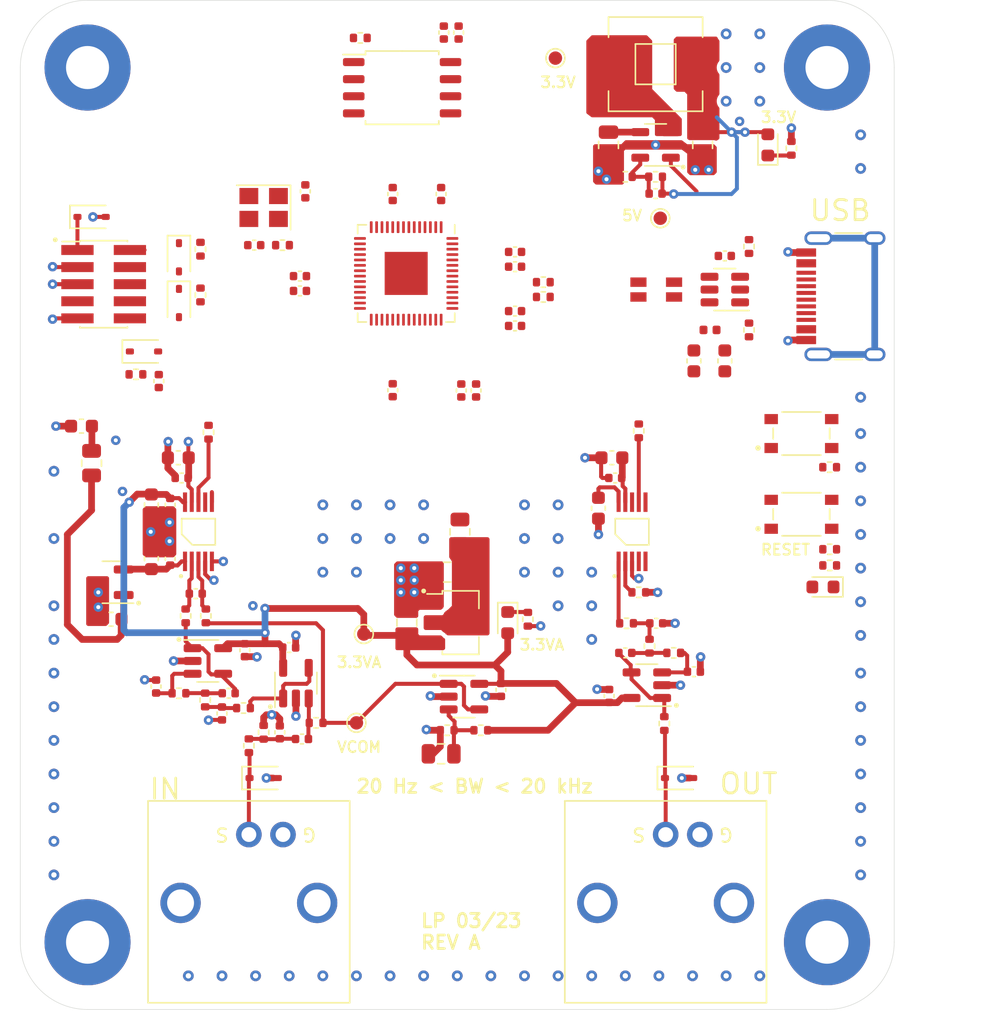
<source format=kicad_pcb>
(kicad_pcb (version 20221018) (generator pcbnew)
  (title_block (title "RP2040 Audio Board") (date "2023-02-12") (rev "0.1") (company "LP"))
  (layers (0 "F.Cu" signal "Front") (1 "In1.Cu" power) (2 "In2.Cu" power) (31 "B.Cu" signal "Back") (34 "B.Paste" user) (35 "F.Paste" user) (36 "B.SilkS" user "B.Silkscreen") (37 "F.SilkS" user "F.Silkscreen") (38 "B.Mask" user) (39 "F.Mask" user) (44 "Edge.Cuts" user))
  (net 0 "")
  (net 1 "VBUS")
  (net 2 "GND")
  (net 3 "+5V")
  (net 4 "+3.3V")
  (net 5 "/[1] Power/BUCK_FB")
  (net 6 "/[1] Power/+5V_filt")
  (net 7 "+3.3VA")
  (net 8 "/[1] Power/VREF")
  (net 9 "/[2] MCU/RUN")
  (net 10 "/[3] ADC/ADC_VREF_VIN")
  (net 11 "/[3] ADC/IN_RF")
  (net 12 "/[3] ADC/IN_BUF")
  (net 13 "/[3] ADC/ADC_VREF")
  (net 14 "Net-(C311-Pad1)")
  (net 15 "Net-(C313-Pad1)")
  (net 16 "/[3] ADC/IN_AA_BUF_OUT")
  (net 17 "/[3] ADC/IN_AA_BUF_IN")
  (net 18 "/[3] ADC/ADC_IN+")
  (net 19 "/[3] ADC/ADC_IN-")
  (net 20 "/[4] DAC/DAC_VREF")
  (net 21 "Net-(C404-Pad1)")
  (net 22 "Net-(C405-Pad1)")
  (net 23 "/[4] DAC/OUT_AA_BUF_OUT")
  (net 24 "/[4] DAC/OUT_AA_BUF_IN")
  (net 25 "Net-(D101-K)")
  (net 26 "Net-(D102-K)")
  (net 27 "/[2] MCU/CONN_SWDIO")
  (net 28 "/[2] MCU/CONN_SWCLK")
  (net 29 "/[2] MCU/CONN_NRST")
  (net 30 "/[3] ADC/IN")
  (net 31 "/[4] DAC/OUT")
  (net 34 "/[2] MCU/USB_CONN_D+")
  (net 35 "/[2] MCU/USB_CONN_D-")
  (net 38 "unconnected-(J202-SHIELD-PadS1)")
  (net 39 "/[1] Power/BUCK_SW")
  (net 40 "/[2] MCU/USB_CMC_D+")
  (net 41 "/[2] MCU/USB_CMC_D-")
  (net 42 "/[2] MCU/USB_D-")
  (net 43 "/[2] MCU/USB_D+")
  (net 45 "+1V1")
  (net 46 "/[2] MCU/USB_DT+")
  (net 47 "/[2] MCU/SWDIO")
  (net 48 "/[2] MCU/SWCLK")
  (net 49 "Net-(D205-K)")
  (net 50 "/[2] MCU/ACT_LED")
  (net 51 "/[2] MCU/USB_DT-")
  (net 52 "Net-(SW201-B)")
  (net 53 "Net-(SW202-B)")
  (net 54 "VCOM")
  (net 55 "/[3] ADC/IN_BUF_OUT")
  (net 56 "/[3] ADC/ADC_SCLK")
  (net 58 "/[2] MCU/QSPI_CS")
  (net 59 "/[4] DAC/DAC_SCLK")
  (net 60 "/[4] DAC/DAC_OUT_B")
  (net 61 "/[4] DAC/DAC_OUT_A")
  (net 76 "/[2] MCU/ADC_SPI1_CLK")
  (net 77 "/[2] MCU/DAC_SPI0_CLK")
  (net 78 "/[2] MCU/DAC_NLDAC")
  (net 79 "/[2] MCU/DAC_NCLR")
  (net 80 "/[2] MCU/DAC_SPI0_MOSI")
  (net 81 "/[2] MCU/DAC_SPI0_NCS")
  (net 82 "/[2] MCU/ADC_SPI1_MISO")
  (net 83 "/[2] MCU/USB_CONN_CC2")
  (net 84 "/[2] MCU/USB_CONN_CC1")
  (net 85 "/[2] MCU/ADC_SPI1_NCS")
  (net 86 "/[2] MCU/QSPI_SD3")
  (net 89 "/[2] MCU/QSPI_SCLK")
  (net 90 "/[2] MCU/QSPI_SD0")
  (net 91 "/[2] MCU/QSPI_SD2")
  (net 92 "/[2] MCU/QSPI_SD1")
  (net 97 "/[2] MCU/XIN")
  (net 98 "/[2] MCU/CR_XOUT")
  (net 99 "/[2] MCU/XOUT")
  (footprint "Capacitor_SMD:C_0603_1608Metric" (layer "F.Cu") (at 108.25 116.75 180)
    (fp_text reference "C302" hide)
    (fp_text value "10u")
  )
  (footprint "Diode_SMD:D_SOD-323" (layer "F.Cu") (at 113.3 89.85 -90)
    (fp_text reference "D203")
    (fp_text value "PESD3V3L1BA,115")
  )
  (footprint "Capacitor_SMD:C_0402_1005Metric" (layer "F.Cu") (at 118.9 88.95 180)
    (fp_text reference "C202" hide)
    (fp_text value "30pF")
  )
  (footprint "Resistor_SMD:R_0402_1005Metric" (layer "F.Cu") (at 114.9 89.25 90)
    (fp_text reference "R205" hide)
    (fp_text value "49R9")
  )
  (footprint "Capacitor_SMD:C_0402_1005Metric" (layer "F.Cu") (at 114.55 114.85)
    (fp_text reference "C316" hide)
    (fp_text value "150p")
  )
  (footprint "Package_TO_SOT_SMD:SOT-23-5" (layer "F.Cu") (at 122 121.5 90)
    (fp_text reference "U302" hide)
    (fp_text value "MCP6001T-E/OT")
  )
  (footprint "Capacitor_SMD:C_0402_1005Metric" (layer "F.Cu") (at 138.3 89.45)
    (fp_text reference "C203" hide)
    (fp_text value "100n")
  )
  (footprint "Capacitor_SMD:C_0402_1005Metric" (layer "F.Cu") (at 122.7 84.95 90)
    (fp_text reference "C201" hide)
    (fp_text value "30pF")
  )
  (footprint "TestPoint:TestPoint_Pad_D1.0mm" (layer "F.Cu") (at 127.05 117.85)
    (fp_text reference "TP104" hide)
    (fp_text value "3.3VA")
  )
  (footprint "Capacitor_SMD:C_0402_1005Metric" (layer "F.Cu") (at 129.2 85.15 90)
    (fp_text reference "C212" hide)
    (fp_text value "100n")
  )
  (footprint "MountingHole:MountingHole_3.2mm_M3_Pad" (layer "F.Cu") (at 161.5 75.75)
    (fp_text reference "H3" hide)
    (fp_text value "GND")
  )
  (footprint "Resistor_SMD:R_0402_1005Metric" (layer "F.Cu") (at 115.25 122.75 -90)
    (fp_text reference "R307" hide)
    (fp_text value "22k")
  )
  (footprint "Capacitor_SMD:C_0805_2012Metric" (layer "F.Cu") (at 145.25 81.5 -90)
    (fp_text reference "C103" hide)
    (fp_text value "22u")
  )
  (footprint "Package_TO_SOT_SMD:SOT-23-5" (layer "F.Cu") (at 115.45 119.85)
    (fp_text reference "U304" hide)
    (fp_text value "MCP6001T-E/OT")
  )
  (footprint "Resistor_SMD:R_0402_1005Metric" (layer "F.Cu") (at 155.7 89.05 90)
    (fp_text reference "R208" hide)
    (fp_text value "5k1")
  )
  (footprint "Resistor_SMD:R_0805_2012Metric" (layer "F.Cu") (at 134.2 110.25 -90)
    (fp_text reference "R101" hide)
    (fp_text value "10R")
  )
  (footprint "Capacitor_SMD:C_0603_1608Metric" (layer "F.Cu") (at 145.5 104.75 180)
    (fp_text reference "C401" hide)
    (fp_text value "10u")
  )
  (footprint "Resistor_SMD:R_0402_1005Metric" (layer "F.Cu") (at 158.85 81.75 90)
    (fp_text reference "R104" hide)
    (fp_text value "1k")
  )
  (footprint "Package_SO:SOIC-8_5.23x5.23mm_P1.27mm" (layer "F.Cu") (at 129.9 77.25)
    (fp_text reference "U203" hide)
    (fp_text value "W25Q128JVS")
  )
  (footprint "Resistor_SMD:R_0402_1005Metric" (layer "F.Cu") (at 146.59 117.05 180)
    (fp_text reference "R403" hide)
    (fp_text value "6k8")
  )
  (footprint "Resistor_SMD:R_0402_1005Metric" (layer "F.Cu") (at 133.25 125 180)
    (fp_text reference "R107" hide)
    (fp_text value "1k")
  )
  (footprint "Resistor_SMD:R_0402_1005Metric" (layer "F.Cu") (at 148.75 83.87 180)
    (fp_text reference "R102" hide)
    (fp_text value "464k")
  )
  (footprint "Capacitor_SMD:C_0603_1608Metric" (layer "F.Cu") (at 144.5 108.5 -90)
    (fp_text reference "C403" hide)
    (fp_text value "1u")
  )
  (footprint "Diode_SMD:D_SOD-323" (layer "F.Cu") (at 110.7 96.85)
    (fp_text reference "D204")
    (fp_text value "PESD3V3L1BA,115")
  )
  (footprint "lzptr:SW_TL3365AF180QG" (layer "F.Cu") (at 159.6 108.95)
    (fp_text reference "SW201" hide)
    (fp_text value "RESET")
  )
  (footprint "Resistor_SMD:R_0402_1005Metric" (layer "F.Cu") (at 146.5 83.87 180)
    (fp_text reference "R103" hide)
    (fp_text value "100k")
  )
  (footprint "MountingHole:MountingHole_3.2mm_M3_Pad" (layer "F.Cu") (at 106.5 75.75)
    (fp_text reference "H4" hide)
    (fp_text value "GND")
  )
  (footprint "Resistor_SMD:R_0805_2012Metric" (layer "F.Cu") (at 106.8 105.15 -90)
    (fp_text reference "R301" hide)
    (fp_text value "49R9")
  )
  (footprint "Capacitor_SMD:C_0402_1005Metric" (layer "F.Cu") (at 146.5 119.25 180)
    (fp_text reference "C405" hide)
    (fp_text value "1n")
  )
  (footprint "Capacitor_SMD:C_0402_1005Metric" (layer "F.Cu") (at 122.45 125.65 180)
    (fp_text reference "C304" hide)
    (fp_text value "100n")
  )
  (footprint "lzptr:VSSOP-10" (layer "F.Cu") (at 114.75 110.25)
    (fp_text reference "U303")
    (fp_text value "ADC141S626CIMM_NOPB")
  )
  (footprint "Capacitor_SMD:C_0603_1608Metric" (layer "F.Cu") (at 111.25 112.25 90)
    (fp_text reference "C306" hide)
    (fp_text value "10u")
  )
  (footprint "Capacitor_SMD:C_0402_1005Metric" (layer "F.Cu") (at 134.1 73.15 90)
    (fp_text reference "C217" hide)
    (fp_text value "100n")
  )
  (footprint "Capacitor_SMD:C_0805_2012Metric" (layer "F.Cu") (at 152.25 81.5 -90)
    (fp_text reference "C104" hide)
    (fp_text value "22u")
  )
  (footprint "Resistor_SMD:R_0402_1005Metric" (layer "F.Cu") (at 119.6 125.15 -90)
    (fp_text reference "R303" hide)
    (fp_text value "2M2")
  )
  (footprint "Resistor_SMD:R_0402_1005Metric" (layer "F.Cu") (at 139.25 116.75 -90)
    (fp_text reference "R105" hide)
    (fp_text value "1k")
  )
  (footprint "Capacitor_SMD:C_0402_1005Metric" (layer "F.Cu") (at 111.6 121.75 90)
    (fp_text reference "C314" hide)
    (fp_text value "150p")
  )
  (footprint "Resistor_SMD:R_0402_1005Metric" (layer "F.Cu") (at 150.1 119.25 180)
    (fp_text reference "R405" hide)
    (fp_text value "12k")
  )
  (footprint "Package_DFN_QFN:QFN-56-1EP_7x7mm_P0.4mm_EP3.2x3.2mm" (layer "F.Cu") (at 130.2 91.05 -90)
    (fp_text reference "U201" hide)
    (fp_text value "RP2040")
  )
  (footprint "LED_SMD:LED_0603_1608Metric" (layer "F.Cu") (at 161.2 114.35 180)
    (fp_text reference "D205" hide)
    (fp_text value "Act")
  )
  (footprint "Capacitor_SMD:C_0805_2012Metric" (layer "F.Cu") (at 132.8 126.75 180)
    (fp_text reference "C108" hide)
    (fp_text value "22u")
  )
  (footprint "Resistor_SMD:R_0402_1005Metric" (layer "F.Cu") (at 161.6975 105.45)
    (fp_text reference "R209" hide)
    (fp_text value "1k")
  )
  (footprint "Capacitor_SMD:C_0402_1005Metric" (layer "F.Cu") (at 129.2 99.73 -90)
    (fp_text reference "C210" hide)
    (fp_text value "100n")
  )
  (footprint "Capacitor_SMD:C_0603_1608Metric" (layer "F.Cu") (at 153.9 97.55 -90)
    (fp_text reference "C101" hide)
    (fp_text value "1u")
  )
  (footprint "Resistor_SMD:R_0402_1005Metric" (layer "F.Cu") (at 121 88.95)
    (fp_text reference "R203" hide)
    (fp_text value "1k")
  )
  (footprint "Resistor_SMD:R_0402_1005Metric" (layer "F.Cu") (at 118.5 126.15 -90)
    (fp_text reference "R302" hide)
    (fp_text value "1k")
  )
  (footprint "Diode_SMD:D_SOD-323" (layer "F.Cu") (at 150.5 128.55)
    (fp_text reference "D401" hide)
    (fp_text value "PESD3V3L1BA,115")
  )
  (footprint "Resistor_SMD:R_0402_1005Metric" (layer "F.Cu") (at 115.3 116.5 -90)
    (fp_text reference "R310" hide)
    (fp_text value "1k")
  )
  (footprint "lzptr:AMPHENOL-BNC-031-5640-1010" (layer "F.Cu") (at 149.5 132.75 180)
    (fp_text reference "J401" hide)
    (fp_text value "031-5640-1010")
  )
  (footprint "Capacitor_SMD:C_0402_1005Metric" (layer "F.Cu") (at 148.75 85.12 180)
    (fp_text reference "C105" hide)
    (fp_text value "DNP")
  )
  (footprint "Capacitor_SMD:C_0402_1005Metric" (layer "F.Cu") (at 132.8 85.15 90)
    (fp_text reference "C213" hide)
    (fp_text value "100n")
  )
  (footprint "Capacitor_SMD:C_0805_2012Metric" (layer "F.Cu") (at 133.25 113.25 180)
    (fp_text reference "C106" hide)
    (fp_text value "22u")
  )
  (footprint "Inductor_SMD:L_0402_1005Metric" (layer "F.Cu") (at 152.8 95.25 180)
    (fp_text reference "L101" hide)
    (fp_text value "10n")
  )
  (footprint "Package_TO_SOT_SMD:SOT-23-6" (layer "F.Cu") (at 153.9 92.25 180)
    (fp_text reference "U202" hide)
    (fp_text value "USBLC6-2SC6")
  )
  (footprint "Capacitor_SMD:C_0402_1005Metric" (layer "F.Cu") (at 138.3 93.85)
    (fp_text reference "C205" hide)
    (fp_text value "1u")
  )
  (footprint "Capacitor_SMD:C_0402_1005Metric" (layer "F.Cu") (at 145.3 122.45 90)
    (fp_text reference "C407" hide)
    (fp_text value "100n")
  )
  (footprint "Resistor_SMD:R_0402_1005Metric" (layer "F.Cu") (at 147.5 114.75)
    (fp_text reference "R402" hide)
    (fp_text value "10k")
  )
  (footprint "Capacitor_SMD:C_0805_2012Metric" (layer "F.Cu") (at 130.25 117 90)
    (fp_text reference "C107" hide)
    (fp_text value "22u")
  )
  (footprint "Package_TO_SOT_SMD:SOT-89-3" (layer "F.Cu") (at 134.25 117)
    (fp_text reference "U102")
    (fp_text value "HT7533-1")
  )
  (footprint "Capacitor_SMD:C_0402_1005Metric" (layer "F.Cu") (at 122.3 91.25 180)
    (fp_text reference "C211" hide)
    (fp_text value "100n")
  )
  (footprint "Resistor_SMD:R_0402_1005Metric" (layer "F.Cu") (at 113.8 116.5 -90)
    (fp_text reference "R309" hide)
    (fp_text value "1k")
  )
  (footprint "Package_TO_SOT_SMD:SOT-23-5" (layer "F.Cu") (at 134.5 122.5)
    (fp_text reference "U103" hide)
    (fp_text value "MCP6001T-E/OT")
  )
  (footprint "Capacitor_SMD:C_0402_1005Metric" (layer "F.Cu") (at 120.8 125.15 90)
    (fp_text reference "C303" hide)
    (fp_text value "150p")
  )
  (footprint "Capacitor_SMD:C_0402_1005Metric" (layer "F.Cu") (at 113.5 106.25 180)
    (fp_text reference "C310" hide)
    (fp_text value "100n")
  )
  (footprint "Diode_SMD:D_SOD-323" (layer "F.Cu") (at 113.3 93.25 -90)
    (fp_text reference "D202")
    (fp_text value "PESD3V3L1BA,115")
  )
  (footprint "TestPoint:TestPoint_Pad_D1.0mm" (layer "F.Cu") (at 126.5 124.45)
    (fp_text reference "TP105" hide)
    (fp_text value "VCOM")
  )
  (footprint "LED_SMD:LED_0603_1608Metric" (layer "F.Cu") (at 157.1 81.5 90)
    (fp_text reference "D101" hide)
    (fp_text value "3.3V")
  )
  (footprint "Capacitor_SMD:C_0603_1608Metric" (layer "F.Cu") (at 111.25 108.25 -90)
    (fp_text reference "C305" hide)
    (fp_text value "10u")
  )
  (footprint "Resistor_SMD:R_0402_1005Metric" (layer "F.Cu") (at 135.75 125 180)
    (fp_text reference "R106" hide)
    (fp_text value "1k")
  )
  (footprint "Capacitor_SMD:C_0402_1005Metric" (layer "F.Cu") (at 117 122.25)
    (fp_text reference "C313" hide)
    (fp_text value "1n")
  )
  (footprint "Resistor_SMD:R_0402_1005Metric" (layer "F.Cu") (at 114.9 92.65 90)
    (fp_text reference "R204" hide)
    (fp_text value "49R9")
  )
  (footprint "Resistor_SMD:R_0402_1005Metric" (layer "F.Cu") (at 149.4 124.5 90)
    (fp_text reference "R406" hide)
    (fp_text value "49R9")
  )
  (footprint "Capacitor_SMD:C_0402_1005Metric" (layer "F.Cu") (at 138.3 90.55)
    (fp_text reference "C207" hide)
    (fp_text value "100n")
  )
  (footprint "Resistor_SMD:R_0402_1005Metric" (layer "F.Cu") (at 161.7 112.75 180)
    (fp_text reference "R211" hide)
    (fp_text value "1k")
  )
  (footprint "Capacitor_SMD:C_0402_1005Metric" (layer "F.Cu") (at 134.3 99.75 -90)
    (fp_text reference "C209" hide)
    (fp_text value "100n")
  )
  (footprint "Package_TO_SOT_SMD:SOT-23-5" (layer "F.Cu") (at 148.1 121.65 180)
    (fp_text reference "U402" hide)
    (fp_text value "MCP6001T-E/OT")
  )
  (footprint "Resistor_SMD:R_0402_1005Metric" (layer "F.Cu") (at 155.7 95.25 -90)
    (fp_text reference "R207" hide)
    (fp_text value "5k1")
  )
  (footprint "MountingHole:MountingHole_3.2mm_M3_Pad" (layer "F.Cu") (at 106.5 140.75)
    (fp_text reference "H1" hide)
    (fp_text value "GND")
  )
  (footprint "Resistor_SMD:R_0402_1005Metric" (layer "F.Cu") (at 115.5 102.85 90)
    (fp_text reference "R306" hide)
    (fp_text value "0R")
  )
  (footprint "lzptr:CMC-1206" (layer "F.Cu") (at 148.8 92.25 180)
    (fp_text reference "L201" hide)
    (fp_text value "CMF3216F-900-2P-T")
  )
  (footprint "Capacitor_SMD:C_0402_1005Metric" (layer "F.Cu") (at 112.65 112.25 90)
    (fp_text reference "C308" hide)
    (fp_text value "100n")
  )
  (footprint "Package_TO_SOT_SMD:SOT-23" (layer "F.Cu") (at 108.25 114 180)
    (fp_text reference "U301" hide)
    (fp_text value "REF3033AIDBZT")
  )
  (footprint "Resistor_SMD:R_0402_1005Metric" (layer "F.Cu") (at 126.79 73.55)
    (fp_text reference "R212" hide)
    (fp_text value "10k")
  )
  (footprint "Connector_USB:USB_C_Receptacle_HRO_TYPE-C-31-M-12" (layer "F.Cu") (at 164 92.75 90)
    (fp_text reference "J202")
    (fp_text value "USB_C_Receptacle_USB2.0")
  )
  (footprint "Connector_PinHeader_1.27mm:PinHeader_2x05_P1.27mm_Vertical_SMD" (layer "F.Cu") (at 107.7 91.85)
    (fp_text reference "J201" hide)
    (fp_text value "2x5 1.27mm")
  )
  (footprint "Capacitor_SMD:C_0402_1005Metric" (layer "F.Cu") (at 153.9 89.75)
    (fp_text reference "C215" hide)
    (fp_text value "100n")
  )
  (footprint "Capacitor_SMD:C_0402_1005Metric" (layer "F.Cu") (at 148.8 117.05)
    (fp_text reference "C404" hide)
    (fp_text value "1n")
  )
  (footprint "Diode_SMD:D_SOD-323" (layer "F.Cu") (at 106.8 86.85)
    (fp_text reference "D201")
    (fp_text value "PESD3V3L1BA,115")
  )
  (footprint "Resistor_SMD:R_0402_1005Metric" (layer "F.Cu") (at 147.5 102.75 -90)
    (fp_text reference "R401" hide)
    (fp_text value "0R")
  )
  (footprint "Resistor_SMD:R_0402_1005Metric" (layer "F.Cu") (at 140.4 91.7 180)
    (fp_text reference "R201" hide)
    (fp_text value "27")
  )
  (footprint "LED_SMD:LED_0603_1608Metric" (layer "F.Cu") (at 137.75 117 -90)
    (fp_text reference "D102" hide)
    (fp_text value "3.3VA")
  )
  (footprint "Resistor_SMD:R_0402_1005Metric" (layer "F.Cu") (at 148.3 118.75 90)
    (fp_text reference "R404" hide)
    (fp_text value "22k")
  )
  (footprint "Resistor_SMD:R_0402_1005Metric" (layer "F.Cu") (at 123.5 124.45)
    (fp_text reference "R304" hide)
    (fp_text value "2M2")
  )
  (footprint "Capacitor_SMD:C_0402_1005Metric" (layer "F.Cu") (at 135.4 99.75 -90)
    (fp_text reference "C208" hide)
    (fp_text value "100n")
  )
  (footprint "Capacitor_SMD:C_0402_1005Metric" (layer "F.Cu") (at 111.8 99.05 -90)
    (fp_text reference "C214" hide)
    (fp_text value "100n")
  )
  (footprint "Resistor_SMD:R_0402_1005Metric" (layer "F.Cu") (at 161.7 111.55)
    (fp_text reference "R210" hide)
    (fp_text value "1k")
  )
  (footprint "Capacitor_SMD:C_0402_1005Metric" (layer "F.Cu") (at 118.2 119.05 -90)
    (fp_text reference "C315" hide)
    (fp_text value "100n")
  )
  (footprint "Capacitor_SMD:C_0402_1005Metric" (layer "F.Cu") (at 133 73.15 90)
    (fp_text reference "C216" hide)
    (fp_text value "1u")
  )
  (footprint "lzptr:MWSA0603S" (layer "F.Cu") (at 148.75 75.5)
    (fp_text reference "L102")
    (fp_text value "68u")
  )
  (footprint "Resistor_SMD:R_0402_1005Metric" (layer "F.Cu") (at 140.4 92.8 180)
    (fp_text reference "R202" hide)
    (fp_text value "27")
  )
  (footprint "TestPoint:TestPoint_Pad_D1.0mm" (layer "F.Cu") (at 149.1 86.95)
    (fp_text reference "TP102" hide)
    (fp_text value "5V")
  )
  (footprint "Resistor_SMD:R_0402_1005Metric" (layer "F.Cu") (at 118.1 123.35)
    (fp_text reference "R305" hide)
    (fp_text value "6k8")
  )
  (footprint "Capacitor_SMD:C_0402_1005Metric" (layer "F.Cu") (at 122.3 92.35 180)
    (fp_text reference "C204" hide)
    (fp_text value "100n")
  )
  (footprint "Resistor_SMD:R_0402_1005Metric" (layer "F.Cu") (at 110.1 98.55 180)
    (fp_text reference "R206" hide)
    (fp_text value "49R9")
  )
  (footprint "Resistor_SMD:R_0402_1005Metric" (layer "F.Cu") (at 113.3 122.25)
    (fp_text reference "R308" hide)
    (fp_text value "12k")
  )
  (footprint "Capacitor_SMD:C_0603_1608Metric" (layer "F.Cu") (at 113.25 104.75 180)
    (fp_text reference "C312" hide)
    (fp_text value "10u")
  )
  (footprint "Capacitor_SMD:C_0402_1005Metric" (layer "F.Cu") (at 151.6 120.65)
    (fp_text reference "C406" hide)
    (fp_text value "150p")
  )
  (footprint "lzptr:VSSOP-10" (layer "F.Cu") (at 147 110.25)
    (fp_text reference "U401")
    (fp_text value "DAC7562SDGSR")
  )
  (footprint "Crystal:Crystal_SMD_3225-4Pin_3.2x2.5mm" (layer "F.Cu") (at 119.6 86.15 180)
    (fp_text reference "Y201" hide)
    (fp_text value "Crystal_GND24")
  )
  (footprint "Capacitor_SMD:C_0402_1005Metric" (layer "F.Cu") (at 121.5 118.85)
    (fp_text reference "C309" hide)
    (fp_text value "100n")
  )
  (footprint "Capacitor_SMD:C_0402_1005Metric" (layer "F.Cu") (at 137.25 122 90)
    (fp_text reference "C109" hide)
    (fp_text value "100n")
  )
  (footprint "lzptr:AMPHENOL-BNC-031-5640-1010" (layer "F.Cu") (at 118.5 132.75 180)
    (fp_text reference "J301" hide)
    (fp_text value "031-5640-1010")
  )
  (footprint "lzptr:SW_TL3365AF180QG" (layer "F.Cu") (at 159.6 102.95)
    (fp_text reference "SW202" hide)
    (fp_text value "BOOTSEL")
  )
  (footprint "Capacitor_SMD:C_0402_1005Metric" (layer "F.Cu") (at 116.5 123.75 -90)
    (fp_text reference "C311" hide)
    (fp_text value "1n")
  )
  (footprint "Package_TO_SOT_SMD:SOT-23-5" (layer "F.Cu") (at 148.75 81.5 180)
    (fp_text reference "U101" hide)
    (fp_text value "TLV62569DBV")
  )
  (footprint "Capacitor_SMD:C_0603_1608Metric" (layer "F.Cu") (at 151.6 97.55 -90)
    (fp_text reference "C102" hide)
    (fp_text value "1u")
  )
  (footprint "Capacitor_SMD:C_0402_1005Metric" (layer "F.Cu") (at 145.75 106.25 180)
    (fp_text reference "C402" hide)
    (fp_text value "100n")
  )
  (footprint "Capacitor_SMD:C_0402_1005Metric" (layer "F.Cu") (at 138.3 94.95)
    (fp_text reference "C206" hide)
    (fp_text value "1u")
  )
  (footprint "Capacitor_SMD:C_0402_1005Metric" (layer "F.Cu") (at 112.65 108.25 -90)
    (fp_text reference "C307" hide)
    (fp_text value "100n")
  )
  (footprint "Diode_SMD:D_SOD-323" (layer "F.Cu") (at 119.6 128.55)
    (fp_text reference "D301" hide)
    (fp_text value "PESD3V3L1BA,115")
  )
  (footprint "TestPoint:TestPoint_Pad_D1.0mm" (layer "F.Cu") (at 141.3 75.05)
    (fp_text reference "TP103" hide)
    (fp_text value "3.3V")
  )
  (footprint "Capacitor_SMD:C_0603_1608Metric" (layer "F.Cu") (at 106.05 102.4 180)
    (fp_text reference "C301" hide)
    (fp_text value "10u")
  )
  (footprint "MountingHole:MountingHole_3.2mm_M3_Pad" (layer "F.Cu") (at 161.5 140.75)
    (fp_text reference "H2" hide)
    (fp_text value "GND")
  )
  (gr_circle (center 131.5 114.65) (end 131.6 114.65) (stroke (width 0.1524)) (fill solid) (layer "F.SilkS"))
  (gr_circle (center 110.3 115.55) (end 110.4 115.55) (stroke (width 0.1524)) (fill solid) (layer "F.SilkS"))
  (gr_circle (center 120.1 123.25) (end 120.2 123.25) (stroke (width 0.1524)) (fill solid) (layer "F.SilkS"))
  (gr_circle (center 150.8 83.15) (end 150.9 83.15) (stroke (width 0.1524)) (fill solid) (layer "F.SilkS"))
  (gr_circle (center 113.3 118.25) (end 113.4 118.25) (stroke (width 0.1524)) (fill solid) (layer "F.SilkS"))
  (gr_circle (center 150.3 123.15) (end 150.4 123.15) (stroke (width 0.1524)) (fill solid) (layer "F.SilkS"))
  (gr_circle (center 104.1 88.55) (end 104.1 88.45) (stroke (width 0.1524)) (fill solid) (layer "F.SilkS"))
  (gr_circle (center 132.3 120.95) (end 132.4 120.95) (stroke (width 0.1524)) (fill solid) (layer "F.SilkS"))
  (gr_line (start 161.5 70.75) (end 106.5 70.75) (stroke (width 0.0381)) (layer "Edge.Cuts"))
  (gr_arc (start 161.5 70.75) (mid 165.035534 72.214466) (end 166.5 75.75) (stroke (width 0.0381)) (layer "Edge.Cuts"))
  (gr_line (start 101.5 140.75) (end 101.5 75.75) (stroke (width 0.0381)) (layer "Edge.Cuts"))
  (gr_line (start 106.5 145.75) (end 161.5 145.75) (stroke (width 0.0381)) (layer "Edge.Cuts"))
  (gr_arc (start 166.5 140.75) (mid 165.035534 144.285534) (end 161.5 145.75) (stroke (width 0.0381)) (layer "Edge.Cuts"))
  (gr_arc (start 106.5 145.75) (mid 102.964466 144.285534) (end 101.5 140.75) (stroke (width 0.0381)) (layer "Edge.Cuts"))
  (gr_arc (start 101.5 75.75) (mid 102.964466 72.214466) (end 106.5 70.75) (stroke (width 0.0381)) (layer "Edge.Cuts"))
  (gr_line (start 166.5 140.75) (end 166.5 75.75) (stroke (width 0.0381)) (layer "Edge.Cuts"))
  (gr_text "LP 03/23\nREV A" (at 131.2 141.35) (layer "F.SilkS") (effects (font (size 1 1) (thickness 0.2)) (justify left bottom)))
  (gr_text "3.3VA" (at 126.7 119.95) (layer "F.SilkS") (effects (font (size 0.8 0.8))))
  (gr_text "USB" (at 160.1 87.25) (layer "F.SilkS") (effects (font (size 1.5 1.5) (thickness 0.2)) (justify left bottom)))
  (gr_text "5V" (at 147 86.75) (layer "F.SilkS") (effects (font (size 0.8 0.8))))
  (gr_text "VCOM" (at 126.7 126.25) (layer "F.SilkS") (effects (font (size 0.8 0.8))))
  (gr_text "20 Hz < BW < 20 kHz\n" (at 126.4 129.75) (layer "F.SilkS") (effects (font (size 1 1) (thickness 0.2)) (justify left bottom)))
  (gr_text "3.3VA" (at 140.3 118.65) (layer "F.SilkS") (effects (font (size 0.8 0.8))))
  (gr_text "RESET" (at 156.5 112.05) (layer "F.SilkS") (effects (font (size 0.8 0.8) (thickness 0.15) bold) (justify left bottom)))
  (gr_text "IN" (at 111 130.25) (layer "F.SilkS") (effects (font (size 1.5 1.5) (thickness 0.2)) (justify left bottom)))
  (gr_text "OUT" (at 153.4 129.85) (layer "F.SilkS") (effects (font (size 1.5 1.5) (thickness 0.2)) (justify left bottom)))
  (gr_text "3.3V" (at 157.9 79.45) (layer "F.SilkS") (effects (font (size 0.8 0.8))))
  (gr_text "3.3V" (at 141.5 76.85) (layer "F.SilkS") (effects (font (size 0.8 0.8))))
  (segment (start 105.275 102.4) (end 104.15 102.4) (width 0.5) (layer "F.Cu") (net 2))
  (segment (start 152.08 119.57) (end 152.1 119.55) (width 0.5) (layer "F.Cu") (net 2))
  (segment (start 111.275 109.05) (end 111.25 109.025) (width 0.5) (layer "F.Cu") (net 2))
  (segment (start 144.7 106.15) (end 144.7 104.775) (width 0.3) (layer "F.Cu") (net 2))
  (segment (start 132.74 125) (end 131.75 125) (width 0.5) (layer "F.Cu") (net 2))
  (segment (start 159.955 89.5) (end 158.65 89.5) (width 0.5) (layer "F.Cu") (net 2))
  (segment (start 113.02 106.25) (end 113.02 106.07) (width 0.5) (layer "F.Cu") (net 2))
  (segment (start 105.75 90.58) (end 103.93 90.58) (width 0.3) (layer "F.Cu") (net 2))
  (segment (start 105.75 91.85) (end 103.9 91.85) (width 0.3) (layer "F.Cu") (net 2))
  (segment (start 113.02 106.07) (end 112.475 105.525) (width 0.5) (layer "F.Cu") (net 2))
  (segment (start 145.27 106.25) (end 144.8 106.25) (width 0.3) (layer "F.Cu") (net 2))
  (segment (start 114.3125 119.85) (end 112.9 119.85) (width 0.5) (layer "F.Cu") (net 2))
  (segment (start 121.98 118.85) (end 121.98 117.97) (width 0.5) (layer "F.Cu") (net 2))
  (segment (start 144.5 109.275) (end 144.5 110.45) (width 0.5) (layer "F.Cu") (net 2))
  (segment (start 158.65 89.5) (end 158.6 89.45) (width 0.5) (layer "F.Cu") (net 2))
  (segment (start 103.93 90.58) (end 103.9 90.55) (width 0.3) (layer "F.Cu") (net 2))
  (segment (start 159.955 96) (end 158.65 96) (width 0.5) (layer "F.Cu") (net 2))
  (segment (start 112.475 105.525) (end 112.475 104.75) (width 0.5) (layer "F.Cu") (net 2))
  (segment (start 158.65 96) (end 158.6 96.05) (width 0.5) (layer "F.Cu") (net 2))
  (segment (start 144.42 121.97) (end 144.4 121.95) (width 0.5) (layer "F.Cu") (net 2))
  (segment (start 133.3625 122.5) (end 132.05 122.5) (width 0.5) (layer "F.Cu") (net 2))
  (segment (start 120.5 123.85) (end 120.8 124.15) (width 0.5) (layer "F.Cu") (net 2))
  (segment (start 152.08 120.65) (end 152.08 119.57) (width 0.5) (layer "F.Cu") (net 2))
  (segment (start 147 112.45) (end 147 113.51837) (width 0.29337) (layer "F.Cu") (net 2))
  (segment (start 112.475 104.75) (end 112.475 103.575) (width 0.5) (layer "F.Cu") (net 2))
  (segment (start 116.5 124.23) (end 115.52 124.23) (width 0.3) (layer "F.Cu") (net 2))
  (segment (start 144.7 104.775) (end 144.725 104.75) (width 0.3) (layer "F.Cu") (net 2))
  (segment (start 115.7 113.85) (end 115.25 113.4) (width 0.3) (layer "F.Cu") (net 2))
  (segment (start 147.206132 113.724502) (end 147.5 113.724502) (width 0.29337) (layer "F.Cu") (net 2))
  (segment (start 119.8 123.85) (end 120.2 123.85) (width 0.5) (layer "F.Cu") (net 2))
  (segment (start 137.25 122.48) (end 136.13 122.48) (width 0.5) (layer "F.Cu") (net 2))
  (segment (start 132.2 126.75) (end 132.74 126.21) (width 0.5) (layer "F.Cu") (net 2))
  (segment (start 121.98 117.97) (end 122 117.95) (width 0.5) (layer "F.Cu") (net 2))
  (segment (start 122 122.6375) (end 122 123.95) (width 0.5) (layer "F.Cu") (net 2))
  (segment (start 107.3125 116.5875) (end 107.475 116.75) (width 0.5) (layer "F.Cu") (net 2))
  (segment (start 151.3 128.55) (end 150.7 128.55) (width 0.5) (layer "F.Cu") (net 2))
  (segment (start 103.96 94.39) (end 103.9 94.45) (width 0.3) (layer "F.Cu") (net 2))
  (segment (start 120.3 128.55) (end 119.8 128.55) (width 0.5) (layer "F.Cu") (net 2))
  (segment (start 115.52 124.23) (end 115.5 124.25) (width 0.3) (layer "F.Cu") (net 2))
  (segment (start 115.75 112.45) (end 116.6 112.45) (width 0.3) (layer "F.Cu") (net 2))
  (segment (start 112.475 103.575) (end 112.5 103.55) (width 0.5) (layer "F.Cu") (net 2))
  (segment (start 119.08 119.53) (end 119.1 119.55) (width 0.5) (layer "F.Cu") (net 2))
  (segment (start 105.75 94.39) (end 103.96 94.39) (width 0.3) (layer "F.Cu") (net 2))
  (segment (start 111.6 121.27) (end 110.77 121.27) (width 0.3) (layer "F.Cu") (net 2))
  (segment (start 115.25 113.4) (end 115.25 112.45) (width 0.3) (layer "F.Cu") (net 2))
  (segment (start 131.75 125) (end 131.7 124.95) (width 0.5) (layer "F.Cu") (net 2))
  (segment (start 145.3 121.97) (end 144.42 121.97) (width 0.5) (layer "F.Cu") (net 2))
  (segment (start 118.2 119.53) (end 119.08 119.53) (width 0.5) (layer "F.Cu") (net 2))
  (segment (start 147 113.51837) (end 147.206132 113.724502) (width 0.29337) (layer "F.Cu") (net 2))
  (segment (start 144.725 104.75) (end 143.5 104.75) (width 0.5) (layer "F.Cu") (net 2))
  (segment (start 149.2375 121.65) (end 150.6 121.65) (width 0.5) (layer "F.Cu") (net 2))
  (segment (start 119.6 124.64) (end 119.6 124.05) (width 0.5) (layer "F.Cu") (net 2))
  (segment (start 144.8 106.25) (end 144.7 106.15) (width 0.3) (layer "F.Cu") (net 2))
  (segment (start 132.74 126.21) (end 132.74 125) (width 0.5) (layer "F.Cu") (net 2))
  (segment (start 136.13 122.48) (end 136.1 122.45) (width 0.5) (layer "F.Cu") (net 2))
  (segment (start 139.25 117.26) (end 140.19 117.26) (width 0.3) (layer "F.Cu") (net 2))
  (segment (start 110.77 121.27) (end 110.75 121.25) (width 0.3) (layer "F.Cu") (net 2))
  (segment (start 140.19 117.26) (end 140.2 117.25) (width 0.3) (layer "F.Cu") (net 2))
  (segment (start 119.6 124.05) (end 119.8 123.85) (width 0.5) (layer "F.Cu") (net 2))
  (segment (start 148.01 114.75) (end 148.9 114.75) (width 0.5) (layer "F.Cu") (net 2))
  (segment (start 132.05 122.5) (end 132 122.45) (width 0.5) (layer "F.Cu") (net 2))
  (segment (start 158.85 81.24) (end 158.85 80.25) (width 0.5) (layer "F.Cu") (net 2))
  (segment (start 120.2 123.85) (end 120.5 123.85) (width 0.5) (layer "F.Cu") (net 2))
  (segment (start 120.8 124.15) (end 120.8 124.67) (width 0.5) (layer "F.Cu") (net 2))
  (segment (start 131.85 126.75) (end 132.2 126.75) (width 0.5) (layer "F.Cu") (net 2))
  (segment (start 115.9 113.85) (end 115.7 113.85) (width 0.3) (layer "F.Cu") (net 2))
  (segment (start 107.85 86.85) (end 106.9 86.85) (width 0.3) (layer "F.Cu") (net 2))
  (segment (start 149.28 117.05) (end 150.2 117.05) (width 0.5) (layer "F.Cu") (net 2))
  (via (at 122 123.95) (size 0.7) (drill 0.3) (layers "F.Cu" "B.Cu") (net 2))
  (via (at 164 112.95) (size 0.8) (drill 0.4) (layers "F.Cu" "B.Cu") (net 2))
  (via (at 144 115.75) (size 0.8) (drill 0.4) (layers "F.Cu" "B.Cu") (net 2))
  (via (at 104 125.75) (size 0.8) (drill 0.4) (layers "F.Cu" "B.Cu") (net 2))
  (via (at 158.6 89.45) (size 0.7) (drill 0.3) (layers "F.Cu" "B.Cu") (net 2))
  (via (at 158.6 96.05) (size 0.7) (drill 0.3) (layers "F.Cu" "B.Cu") (net 2))
  (via (at 141.5 110.75) (size 0.8) (drill 0.4) (layers "F.Cu" "B.Cu") (net 2))
  (via (at 112.5 103.55) (size 0.7) (drill 0.3) (layers "F.Cu" "B.Cu") (net 2))
  (via (at 154 75.75) (size 0.8) (drill 0.4) (layers "F.Cu" "B.Cu") (net 2))
  (via (at 103.9 94.45) (size 0.7) (drill 0.3) (layers "F.Cu" "B.Cu") (net 2))
  (via (at 156.5 143.25) (size 0.8) (drill 0.4) (layers "F.Cu" "B.Cu") (net 2))
  (via (at 151.7 83.35) (size 0.7) (drill 0.3) (layers "F.Cu" "B.Cu") (net 2))
  (via (at 151.5 143.25) (size 0.8) (drill 0.4) (layers "F.Cu" "B.Cu") (net 2))
  (via (at 110.75 121.25) (size 0.7) (drill 0.3) (layers "F.Cu" "B.Cu") (net 2))
  (via (at 164 100.25) (size 0.8) (drill 0.4) (layers "F.Cu" "B.Cu") (net 2))
  (via (at 112.9 119.85) (size 0.7) (drill 0.3) (layers "F.Cu" "B.Cu") (net 2))
  (via (at 124 108.25) (size 0.8) (drill 0.4) (layers "F.Cu" "B.Cu") (net 2))
  (via (at 155 79.75) (size 0.7) (drill 0.3) (layers "F.Cu" "B.Cu") (net 2))
  (via (at 129.8 114.75) (size 0.7) (drill 0.3) (layers "F.Cu" "B.Cu") (net 2))
  (via (at 150.7 128.55) (size 0.7) (drill 0.3) (layers "F.Cu" "B.Cu") (net 2))
  (via (at 164 133.25) (size 0.8) (drill 0.4) (layers "F.Cu" "B.Cu") (net 2))
  (via (at 130.8 112.95) (size 0.7) (drill 0.3) (layers "F.Cu" "B.Cu") (net 2))
  (via (at 164 105.45) (size 0.8) (drill 0.4) (layers "F.Cu" "B.Cu") (net 2))
  (via (at 147.5 113.724502) (size 0.7) (drill 0.3) (layers "F.Cu" "B.Cu") (net 2))
  (via (at 140.2 117.25) (size 0.7) (drill 0.3) (layers "F.Cu" "B.Cu") (net 2))
  (via (at 134 143.25) (size 0.8) (drill 0.4) (layers "F.Cu" "B.Cu") (net 2))
  (via (at 139 110.75) (size 0.8) (drill 0.4) (layers "F.Cu" "B.Cu") (net 2))
  (via (at 148.75 81.5) (size 0.7) (drill 0.3) (layers "F.Cu" "B.Cu") (net 2))
  (via (at 141.5 115.75) (size 0.8) (drill 0.4) (layers "F.Cu" "B.Cu") (net 2))
  (via (at 131.5 143.25) (size 0.8) (drill 0.4) (layers "F.Cu" "B.Cu") (net 2))
  (via (at 141.5 108.25) (size 0.8) (drill 0.4) (layers "F.Cu" "B.Cu") (net 2))
  (via (at 112.6 110.95) (size 0.7) (drill 0.3) (layers "F.Cu" "B.Cu") (net 2))
  (via (at 116.5 143.25) (size 0.8) (drill 0.4) (layers "F.Cu" "B.Cu") (net 2))
  (via (at 116.6 112.45) (size 0.7) (drill 0.3) (layers "F.Cu" "B.Cu") (net 2))
  (via (at 121.5 143.25) (size 0.8) (drill 0.4) (layers "F.Cu" "B.Cu") (net 2))
  (via (at 164 115.45) (size 0.8) (drill 0.4) (layers "F.Cu" "B.Cu") (net 2))
  (via (at 104 123.25) (size 0.8) (drill 0.4) (layers "F.Cu" "B.Cu") (net 2))
  (via (at 119 143.25) (size 0.8) (drill 0.4) (layers "F.Cu" "B.Cu") (net 2))
  (via (at 126.5 108.25) (size 0.8) (drill 0.4) (layers "F.Cu" "B.Cu") (net 2))
  (via (at 104 115.75) (size 0.8) (drill 0.4) (layers "F.Cu" "B.Cu") (net 2))
  (via (at 158.85 80.25) (size 0.7) (drill 0.3) (layers "F.Cu" "B.Cu") (net 2))
  (via (at 141.5 113.25) (size 0.8) (drill 0.4) (layers "F.Cu" "B.Cu") (net 2))
  (via (at 104 105.75) (size 0.8) (drill 0.4) (layers "F.Cu" "B.Cu") (net 2))
  (via (at 156.5 75.75) (size 0.8) (drill 0.4) (layers "F.Cu" "B.Cu") (net 2))
  (via (at 154 78.25) (size 0.8) (drill 0.4) (layers "F.Cu" "B.Cu") (net 2))
  (via (at 115.5 124.25) (size 0.7) (drill 0.3) (layers "F.Cu" "B.Cu") (net 2))
  (via (at 103.9 90.55) (size 0.7) (drill 0.3) (layers "F.Cu" "B.Cu") (net 2))
  (via (at 111.2 110.25) (size 0.7) (drill 0.3) (layers "F.Cu" "B.Cu") (net 2))
  (via (at 104.15 102.4) (size 0.7) (drill 0.3) (layers "F.Cu" "B.Cu") (net 2))
  (via (at 104 128.25) (size 0.8) (drill 0.4) (layers "F.Cu" "B.Cu") (net 2))
  (via (at 164 128.25) (size 0.8) (drill 0.4) (layers "F.Cu" "B.Cu") (net 2))
  (via (at 152.1 119.55) (size 0.7) (drill 0.3) (layers "F.Cu" "B.Cu") (net 2))
  (via (at 164 117.95) (size 0.8) (drill 0.4) (layers "F.Cu" "B.Cu") (net 2))
  (via (at 129 143.25) (size 0.8) (drill 0.4) (layers "F.Cu" "B.Cu") (net 2))
  (via (at 148.9 114.75) (size 0.7) (drill 0.3) (layers "F.Cu" "B.Cu") (net 2))
  (via (at 124 113.25) (size 0.8) (drill 0.4) (layers "F.Cu" "B.Cu") (net 2))
  (via (at 131.5 108.25) (size 0.8) (drill 0.4) (layers "F.Cu" "B.Cu") (net 2))
  (via (at 129 110.75) (size 0.8) (drill 0.4) (layers "F.Cu" "B.Cu") (net 2))
  (via (at 152.7 83.35) (size 0.7) (drill 0.3) (layers "F.Cu" "B.Cu") (net 2))
  (via (at 104 110.75) (size 0.8) (drill 0.4) (layers "F.Cu" "B.Cu") (net 2))
  (via (at 130.8 113.85) (size 0.7) (drill 0.3) (layers "F.Cu" "B.Cu") (net 2))
  (via (at 150.6 121.65) (size 0.7) (drill 0.3) (layers "F.Cu" "B.Cu") (net 2))
  (via (at 104 133.25) (size 0.8) (drill 0.4) (layers "F.Cu" "B.Cu") (net 2))
  (via (at 124 143.25) (size 0.8) (drill 0.4) (layers "F.Cu" "B.Cu") (net 2))
  (via (at 124 110.75) (size 0.8) (drill 0.4) (layers "F.Cu" "B.Cu") (net 2))
  (via (at 164 120.75) (size 0.8) (drill 0.4) (layers "F.Cu" "B.Cu") (net 2))
  (via (at 145.1 84.05) (size 0.7) (drill 0.3) (layers "F.Cu" "B.Cu") (net 2))
  (via (at 164 102.95) (size 0.8) (drill 0.4) (layers "F.Cu" "B.Cu") (net 2))
  (via (at 108.6 103.45) (size 0.7) (drill 0.3) (layers "F.Cu" "B.Cu") (net 2))
  (via (at 144 143.25) (size 0.8) (drill 0.4) (layers "F.Cu" "B.Cu") (net 2))
  (via (at 164 135.75) (size 0.8) (drill 0.4) (layers "F.Cu" "B.Cu") (net 2))
  (via (at 164 110.45) (size 0.8) (drill 0.4) (layers "F.Cu" "B.Cu") (net 2))
  (via (at 104 130.75) (size 0.8) (drill 0.4) (layers "F.Cu" "B.Cu") (net 2))
  (via (at 112.6 109.55) (size 0.7) (drill 0.3) (layers "F.Cu" "B.Cu") (net 2))
  (via (at 107.3 114.75) (size 0.7) (drill 0.3) (layers "F.Cu" "B.Cu") (net 2))
  (via (at 164 130.75) (size 0.8) (drill 0.4) (layers "F.Cu" "B.Cu") (net 2))
  (via (at 139 113.25) (size 0.8) (drill 0.4) (layers "F.Cu" "B.Cu") (net 2))
  (via (at 146.5 143.25) (size 0.8) (drill 0.4) (layers "F.Cu" "B.Cu") (net 2))
  (via (at 164 107.95) (size 0.8) (drill 0.4) (layers "F.Cu" "B.Cu") (net 2))
  (via (at 126.5 110.75) (size 0.8) (drill 0.4) (layers "F.Cu" "B.Cu") (net 2))
  (via (at 141.5 143.25) (size 0.8) (drill 0.4) (layers "F.Cu" "B.Cu") (net 2))
  (via (at 154 73.25) (size 0.8) (drill 0.4) (layers "F.Cu" "B.Cu") (net 2))
  (via (at 129.8 112.95) (size 0.7) (drill 0.3) (layers "F.Cu" "B.Cu") (net 2))
  (via (at 115.9 113.85) (size 0.7) (drill 0.3) (layers "F.Cu" "B.Cu") (net 2))
  (via (at 103.9 91.85) (size 0.7) (drill 0.3) (layers "F.Cu" "B.Cu") (net 2))
  (via (at 143.5 104.75) (size 0.7) (drill 0.3) (layers "F.Cu" "B.Cu") (net 2))
  (via (at 130.8 114.75) (size 0.7) (drill 0.3) (layers "F.Cu" "B.Cu") (net 2))
  (via (at 136.1 122.45) (size 0.7) (drill 0.3) (layers "F.Cu" "B.Cu") (net 2))
  (via (at 109.1 107.25) (size 0.7) (drill 0.3) (layers "F.Cu" "B.Cu") (net 2))
  (via (at 139 108.25) (size 0.8) (drill 0.4) (layers "F.Cu" "B.Cu") (net 2))
  (via (at 114 143.25) (size 0.8) (drill 0.4) (layers "F.Cu" "B.Cu") (net 2))
  (via (at 104 120.75) (size 0.8) (drill 0.4) (layers "F.Cu" "B.Cu") (net 2))
  (via (at 144 118.25) (size 0.8) (drill 0.4) (layers "F.Cu" "B.Cu") (net 2))
  (via (at 150.2 117.05) (size 0.7) (drill 0.3) (layers "F.Cu" "B.Cu") (net 2))
  (via (at 136.5 143.25) (size 0.8) (drill 0.4) (layers "F.Cu" "B.Cu") (net 2))
  (via (at 129.8 113.85) (size 0.7) (drill 0.3) (layers "F.Cu" "B.Cu") (net 2))
  (via (at 126.5 113.25) (size 0.8) (drill 0.4) (layers "F.Cu" "B.Cu") (net 2))
  (via (at 132 122.45) (size 0.7) (drill 0.3) (layers "F.Cu" "B.Cu") (net 2))
  (via (at 131.5 110.75) (size 0.8) (drill 0.4) (layers "F.Cu" "B.Cu") (net 2))
  (via (at 149 143.25) (size 0.8) (drill 0.4) (layers "F.Cu" "B.Cu") (net 2))
  (via (at 122 117.95) (size 0.7) (drill 0.3) (layers "F.Cu" "B.Cu") (net 2))
  (via (at 119.1 119.55) (size 0.7) (drill 0.3) (layers "F.Cu" "B.Cu") (net 2))
  (via (at 164 123.25) (size 0.8) (drill 0.4) (layers "F.Cu" "B.Cu") (net 2))
  (via (at 144 113.25) (size 0.8) (drill 0.4) (layers "F.Cu" "B.Cu") (net 2))
  (via (at 164 125.75) (size 0.8) (drill 0.4) (layers "F.Cu" "B.Cu") (net 2))
  (via (at 144.4 121.95) (size 0.7) (drill 0.3) (layers "F.Cu" "B.Cu") (net 2))
  (via (at 106.9 86.85) (size 0.7) (drill 0.3) (layers "F.Cu" "B.Cu") (net 2))
  (via (at 107.3 115.85) (size 0.7) (drill 0.3) (layers "F.Cu" "B.Cu") (net 2))
  (via (at 164 83.25) (size 0.8) (drill 0.4) (layers "F.Cu" "B.Cu") (net 2))
  (via (at 156.5 78.25) (size 0.8) (drill 0.4) (layers "F.Cu" "B.Cu") (net 2))
  (via (at 104 118.25) (size 0.8) (drill 0.4) (layers "F.Cu" "B.Cu") (net 2))
  (via (at 129 108.25) (size 0.8) (drill 0.4) (layers "F.Cu" "B.Cu") (net 2))
  (via (at 104 135.75) (size 0.8) (drill 0.4) (layers "F.Cu" "B.Cu") (net 2))
  (via (at 126.5 143.25) (size 0.8) (drill 0.4) (layers "F.Cu" "B.Cu") (net 2))
  (via (at 144.5 83.45) (size 0.7) (drill 0.3) (layers "F.Cu" "B.Cu") (net 2))
  (via (at 139 143.25) (size 0.8) (drill 0.4) (layers "F.Cu" "B.Cu") (net 2))
  (via (at 119.8 128.55) (size 0.7) (drill 0.3) (layers "F.Cu" "B.Cu") (net 2))
  (via (at 118.8 115.75) (size 0.7) (drill 0.3) (layers "F.Cu" "B.Cu") (net 2))
  (via (at 144.5 110.45) (size 0.7) (drill 0.3) (layers "F.Cu" "B.Cu") (net 2))
  (via (at 120.2 123.85) (size 0.7) (drill 0.3) (layers "F.Cu" "B.Cu") (net 2))
  (via (at 131.7 124.95) (size 0.7) (drill 0.3) (layers "F.Cu" "B.Cu") (net 2))
  (via (at 164 80.75) (size 0.8) (drill 0.4) (layers "F.Cu" "B.Cu") (net 2))
  (via (at 154 143.25) (size 0.8) (drill 0.4) (layers "F.Cu" "B.Cu") (net 2))
  (via (at 156.5 73.25) (size 0.8) (drill 0.4) (layers "F.Cu" "B.Cu") (net 2))
  (segment (start 106.9125 104.35) (end 106.8 104.2375) (width 0.5) (layer "F.Cu") (net 3))
  (segment (start 149.8875 82.45) (end 149.8875 83.0375) (width 0.29337) (layer "F.Cu") (net 3))
  (segment (start 149.8875 83.0375) (end 151.8 84.95) (width 0.29337) (layer "F.Cu") (net 3))
  (segment (start 134.1 109.2375) (end 134.2 109.3375) (width 0.5) (layer "F.Cu") (net 3))
  (segment (start 106.825 102.4) (end 106.825 104.2125) (width 0.5) (layer "F.Cu") (net 3))
  (segment (start 147.6125 80.55) (end 145.25 80.55) (width 0.5) (layer "F.Cu") (net 3))
  (segment (start 106.825 104.2125) (end 106.8 104.2375) (width 0.5) (layer "F.Cu") (net 3))
  (segment (start 149.26 83.87) (end 149.26 85.09) (width 0.29337) (layer "F.Cu") (net 4))
  (segment (start 149.26 85.09) (end 149.23 85.12) (width 0.29337) (layer "F.Cu") (net 4))
  (segment (start 154.4 80.55) (end 156.9375 80.55) (width 0.29337) (layer "F.Cu") (net 4))
  (segment (start 152.4125 80.7125) (end 152.25 80.55) (width 0.5) (layer "F.Cu") (net 4))
  (segment (start 105.7 86.8) (end 105.75 86.85) (width 0.29337) (layer "F.Cu") (net 4))
  (segment (start 114.025 106.205) (end 113.98 106.25) (width 0.5) (layer "F.Cu") (net 4))
  (segment (start 114 106.85) (end 114 106.27) (width 0.3) (layer "F.Cu") (net 4))
  (segment (start 105.75 89.31) (end 105.75 86.85) (width 0.29337) (layer "F.Cu") (net 4))
  (segment (start 146.5 108.05) (end 146.5 107.05) (width 0.3) (layer "F.Cu") (net 4))
  (segment (start 146.3 106.32) (end 146.23 106.25) (width 0.3) (layer "F.Cu") (net 4))
  (segment (start 114.25 107.1) (end 114 106.85) (width 0.3) (layer "F.Cu") (net 4))
  (segment (start 154.4 80.55) (end 152.25 80.55) (width 0.29337) (layer "F.Cu") (net 4))
  (segment (start 114 103.55) (end 114 104.725) (width 0.29337) (layer "F.Cu") (net 4))
  (segment (start 146.275 104.75) (end 146.275 106.205) (width 0.5) (layer "F.Cu") (net 4))
  (segment (start 114.025 104.75) (end 114.025 106.205) (width 0.5) (layer "F.Cu") (net 4))
  (segment (start 156.9375 80.55) (end 157.1 80.7125) (width 0.29337) (layer "F.Cu") (net 4))
  (segment (start 146.275 106.205) (end 146.23 106.25) (width 0.5) (layer "F.Cu") (net 4))
  (segment (start 146.3 104.725) (end 146.275 104.75) (width 0.29337) (layer "F.Cu") (net 4))
  (segment (start 149.23 85.12) (end 150.07 85.12) (width 0.29337) (layer "F.Cu") (net 4))
  (segment (start 146.5 107.05) (end 146.3 106.85) (width 0.3) (layer "F.Cu") (net 4))
  (segment (start 114.25 108.05) (end 114.25 107.1) (width 0.3) (layer "F.Cu") (net 4))
  (segment (start 114 104.725) (end 114.025 104.75) (width 0.29337) (layer "F.Cu") (net 4))
  (segment (start 114 106.27) (end 113.98 106.25) (width 0.3) (layer "F.Cu") (net 4))
  (segment (start 146.3 106.85) (end 146.3 106.32) (width 0.3) (layer "F.Cu") (net 4))
  (segment (start 150.07 85.12) (end 150.1 85.15) (width 0.29337) (layer "F.Cu") (net 4))
  (via (at 154.4 80.55) (size 0.7) (drill 0.3) (layers "F.Cu" "B.Cu") (net 4))
  (via (at 155.40227 80.554539) (size 0.7) (drill 0.3) (layers "F.Cu" "B.Cu") (net 4))
  (via (at 150.1 85.15) (size 0.7) (drill 0.3) (layers "F.Cu" "B.Cu") (net 4))
  (via (at 114 103.55) (size 0.7) (drill 0.3) (layers "F.Cu" "B.Cu") (net 4))
  (segment (start 154.4 80.55) (end 153.3 79.45) (width 0.29337) (layer "B.Cu") (net 4))
  (segment (start 154.4 80.55) (end 155.397731 80.55) (width 0.29337) (layer "B.Cu") (net 4))
  (segment (start 154.8 80.95) (end 154.4 80.55) (width 0.29337) (layer "B.Cu") (net 4))
  (segment (start 154.4 85.15) (end 154.8 84.75) (width 0.29337) (layer "B.Cu") (net 4))
  (segment (start 155.397731 80.55) (end 155.40227 80.554539) (width 0.29337) (layer "B.Cu") (net 4))
  (segment (start 154.8 84.75) (end 154.8 80.95) (width 0.29337) (layer "B.Cu") (net 4))
  (segment (start 150.1 85.15) (end 154.4 85.15) (width 0.29337) (layer "B.Cu") (net 4))
  (segment (start 148.24 85.09) (end 148.27 85.12) (width 0.29337) (layer "F.Cu") (net 5))
  (segment (start 147.6125 82.9525) (end 147.01 83.555) (width 0.29337) (layer "F.Cu") (net 5))
  (segment (start 148.24 83.87) (end 148.24 85.09) (width 0.29337) (layer "F.Cu") (net 5))
  (segment (start 147.6125 82.45) (end 147.6125 82.9525) (width 0.29337) (layer "F.Cu") (net 5))
  (segment (start 147.01 83.555) (end 147.01 83.87) (width 0.29337) (layer "F.Cu") (net 5))
  (segment (start 147.01 83.87) (end 148.24 83.87) (width 0.29337) (layer "F.Cu") (net 5))
  (segment (start 133.65 117) (end 134.2 116.45) (width 0.5) (layer "F.Cu") (net 6))
  (segment (start 127.05 116.4) (end 126.6 115.95) (width 0.5) (layer "F.Cu") (net 7))
  (segment (start 141.37 121.52) (end 142.8 122.95) (width 0.5) (layer "F.Cu") (net 7))
  (segment (start 145.28 122.95) (end 145.3 122.93) (width 0.5) (layer "F.Cu") (net 7))
  (segment (start 126.6 115.95) (end 119.7 115.95) (width 0.5) (layer "F.Cu") (net 7))
  (segment (start 127.05 118) (end 127.05 116.4) (width 0.5) (layer "F.Cu") (net 7))
  (segment (start 113.6 108.05) (end 113.3 107.75) (width 0.3) (layer "F.Cu") (net 7))
  (segment (start 146.9625 122.6) (end 146.25 122.6) (width 0.5) (layer "F.Cu") (net 7))
  (segment (start 110.2 107.45) (end 111.225 107.45) (width 0.5) (layer "F.Cu") (net 7))
  (segment (start 136.8 120.15) (end 137.75 119.2) (width 0.5) (layer "F.Cu") (net 7))
  (segment (start 116.5875 118.9) (end 116.9175 118.57) (width 0.5) (layer "F.Cu") (net 7))
  (segment (start 142.8 122.95) (end 140.75 125) (width 0.5) (layer "F.Cu") (net 7))
  (segment (start 111.225 107.45) (end 111.25 107.475) (width 0.5) (layer "F.Cu") (net 7))
  (segment (start 109.6 108.05) (end 110.2 107.45) (width 0.5) (layer "F.Cu") (net 7))
  (segment (start 118.2 118.57) (end 119.7 118.57) (width 0.5) (layer "F.Cu") (net 7))
  (segment (start 145.32 122.95) (end 145.3 122.93) (width 0.5) (layer "F.Cu") (net 7))
  (segment (start 119.7 118.57) (end 120.74 118.57) (width 0.5) (layer "F.Cu") (net 7))
  (segment (start 120.74 118.57) (end 121.02 118.85) (width 0.5) (layer "F.Cu") (net 7))
  (segment (start 131 120.15) (end 136.8 120.15) (width 0.5) (layer "F.Cu") (net 7))
  (segment (start 130.25 117.95) (end 130.25 119.4) (width 0.5) (layer "F.Cu") (net 7))
  (segment (start 146.25 122.6) (end 145.9 122.95) (width 0.5) (layer "F.Cu") (net 7))
  (segment (start 140.75 125) (end 136.26 125) (width 0.5) (layer "F.Cu") (net 7))
  (segment (start 121.02 120.3325) (end 121.05 120.3625) (width 0.5) (layer "F.Cu") (net 7))
  (segment (start 112.355 107.475) (end 112.65 107.77) (width 0.5) (layer "F.Cu") (net 7))
  (segment (start 130.25 117.95) (end 127.15 117.95) (width 0.5) (layer "F.Cu") (net 7))
  (segment (start 145.9 122.95) (end 145.32 122.95) (width 0.5) (layer "F.Cu") (net 7))
  (segment (start 113.3 107.75) (end 112.67 107.75) (width 0.3) (layer "F.Cu") (net 7))
  (segment (start 113.75 108.05) (end 113.6 108.05) (width 0.3) (layer "F.Cu") (net 7))
  (segment (start 135.6375 121.55) (end 137.22 121.55) (width 0.3) (layer "F.Cu") (net 7))
  (segment (start 112.67 107.75) (end 112.65 107.77) (width 0.3) (layer "F.Cu") (net 7))
  (segment (start 137.75 119.2) (end 137.75 117.7875) (width 0.5) (layer "F.Cu") (net 7))
  (segment (start 136.8 120.15) (end 137.25 120.6) (width 0.5) (layer "F.Cu") (net 7))
  (segment (start 121.02 118.85) (end 121.02 120.3325) (width 0.5) (layer "F.Cu") (net 7))
  (segment (start 119.7 117.75) (end 119.7 118.57) (width 0.5) (layer "F.Cu") (net 7))
  (segment (start 142.8 122.95) (end 145.28 122.95) (width 0.5) (layer "F.Cu") (net 7))
  (segment (start 137.25 120.6) (end 137.25 121.52) (width 0.5) (layer "F.Cu") (net 7))
  (segment (start 127.1 117.95) (end 127.05 118) (width 0.5) (layer "F.Cu") (net 7))
  (segment (start 137.25 121.52) (end 141.37 121.52) (width 0.5) (layer "F.Cu") (net 7))
  (segment (start 130.25 119.4) (end 131 120.15) (width 0.5) (layer "F.Cu") (net 7))
  (segment (start 127.15 117.95) (end 127.05 117.85) (width 0.5) (layer "F.Cu") (net 7))
  (segment (start 116.9175 118.57) (end 118.2 118.57) (width 0.5) (layer "F.Cu") (net 7))
  (segment (start 111.25 107.475) (end 112.355 107.475) (width 0.5) (layer "F.Cu") (net 7))
  (via (at 119.7 115.95) (size 0.7) (drill 0.3) (layers "F.Cu" "B.Cu") (net 7))
  (via (at 119.7 117.75) (size 0.7) (drill 0.3) (layers "F.Cu" "B.Cu") (net 7))
  (via (at 109.6 108.05) (size 0.7) (drill 0.3) (layers "F.Cu" "B.Cu") (net 7))
  (segment (start 109.2 108.45) (end 109.6 108.05) (width 0.5) (layer "B.Cu") (net 7))
  (segment (start 119.7 115.95) (end 119.7 117.75) (width 0.5) (layer "B.Cu") (net 7))
  (segment (start 119.7 117.75) (end 109.4 117.75) (width 0.5) (layer "B.Cu") (net 7))
  (segment (start 109.2 117.55) (end 109.2 108.45) (width 0.5) (layer "B.Cu") (net 7))
  (segment (start 109.4 117.75) (end 109.2 117.55) (width 0.5) (layer "B.Cu") (net 7))
  (segment (start 133.75 126.75) (end 133.75 125.01) (width 0.3) (layer "F.Cu") (net 8))
  (segment (start 133.3625 123.9125) (end 133.8 124.35) (width 0.3) (layer "F.Cu") (net 8))
  (segment (start 133.8 124.35) (end 133.8 124.96) (width 0.3) (layer "F.Cu") (net 8))
  (segment (start 133.76 125) (end 135.24 125) (width 0.3) (layer "F.Cu") (net 8))
  (segment (start 133.8 124.96) (end 133.76 125) (width 0.3) (layer "F.Cu") (net 8))
  (segment (start 133.75 125.01) (end 133.76 125) (width 0.3) (layer "F.Cu") (net 8))
  (segment (start 133.3625 123.45) (end 133.3625 123.9125) (width 0.3) (layer "F.Cu") (net 8))
  (segment (start 106.1 118.25) (end 108.7 118.25) (width 0.5) (layer "F.Cu") (net 10))
  (segment (start 106.8 108.65) (end 105 110.45) (width 0.5) (layer "F.Cu") (net 10))
  (segment (start 109 116.775) (end 109.025 116.75) (width 0.5) (layer "F.Cu") (net 10))
  (segment (start 105 110.45) (end 105 117.15) (width 0.5) (layer "F.Cu") (net 10))
  (segment (start 109 117.95) (end 109 116.775) (width 0.5) (layer "F.Cu") (net 10))
  (segment (start 106.8 106.0625) (end 106.8 108.65) (width 0.5) (layer "F.Cu") (net 10))
  (segment (start 109.1875 114.95) (end 109.1875 116.5875) (width 0.5) (layer "F.Cu") (net 10))
  (segment (start 108.7 118.25) (end 109 117.95) (width 0.5) (layer "F.Cu") (net 10))
  (segment (start 105 117.15) (end 106.1 118.25) (width 0.5) (layer "F.Cu") (net 10))
  (segment (start 109.1875 116.5875) (end 109.025 116.75) (width 0.5) (layer "F.Cu") (net 10))
  (segment (start 118.5 125.64) (end 119.68 125.64) (width 0.29337) (layer "F.Cu") (net 11))
  (segment (start 121.95 125.63) (end 121.97 125.65) (width 0.29337) (layer "F.Cu") (net 11))
  (segment (start 120.67 125.66) (end 120.7 125.63) (width 0.29337) (layer "F.Cu") (net 11))
  (segment (start 120.7 125.63) (end 121.95 125.63) (width 0.29337) (layer "F.Cu") (net 11))
  (segment (start 119.7 125.66) (end 120.67 125.66) (width 0.29337) (layer "F.Cu") (net 11))
  (segment (start 119.68 125.64) (end 119.7 125.66) (width 0.29337) (layer "F.Cu") (net 11))
  (segment (start 122.93 124.68) (end 122.96 124.65) (width 0.29337) (layer "F.Cu") (net 12))
  (segment (start 122.96 122.6475) (end 122.95 122.6375) (width 0.29337) (layer "F.Cu") (net 12))
  (segment (start 122.96 124.65) (end 122.96 122.6475) (width 0.29337) (layer "F.Cu") (net 12))
  (segment (start 122.93 125.65) (end 122.93 124.68) (width 0.29337) (layer "F.Cu") (net 12))
  (segment (start 109.2125 113.025) (end 109.1875 113.05) (width 0.5) (layer "F.Cu") (net 13))
  (segment (start 112.355 113.025) (end 112.65 112.73) (width 0.5) (layer "F.Cu") (net 13))
  (segment (start 113.2 112.75) (end 112.67 112.75) (width 0.3) (layer "F.Cu") (net 13))
  (segment (start 113.5 112.45) (end 113.2 112.75) (width 0.3) (layer "F.Cu") (net 13))
  (segment (start 111.25 113.025) (end 112.355 113.025) (width 0.5) (layer "F.Cu") (net 13))
  (segment (start 112.67 112.75) (end 112.65 112.73) (width 0.3) (layer "F.Cu") (net 13))
  (segment (start 113.75 112.45) (end 113.5 112.45) (width 0.3) (layer "F.Cu") (net 13))
  (segment (start 111.25 113.025) (end 109.2125 113.025) (width 0.5) (layer "F.Cu") (net 13))
  (segment (start 116.58 123.35) (end 116.5 123.27) (width 0.29337) (layer "F.Cu") (net 14))
  (segment (start 115.26 123.27) (end 115.25 123.26) (width 0.29337) (layer "F.Cu") (net 14))
  (segment (start 117.59 123.35) (end 116.58 123.35) (width 0.29337) (layer "F.Cu") (net 14))
  (segment (start 116.5 123.27) (end 115.26 123.27) (width 0.29337) (layer "F.Cu") (net 14))
  (segment (start 115.25 122.24) (end 113.97 122.24) (width 0.29337) (layer "F.Cu") (net 15))
  (segment (start 116.52 122.25) (end 115.26 122.25) (width 0.29337) (layer "F.Cu") (net 15))
  (segment (start 115.26 122.25) (end 115.25 122.24) (width 0.29337) (layer "F.Cu") (net 15))
  (segment (start 113.97 122.24) (end 113.96 122.25) (width 0.29337) (layer "F.Cu") (net 15))
  (segment (start 115.05 118.9) (end 115.5 119.35) (width 0.29337) (layer "F.Cu") (net 16))
  (segment (start 117.48 121.93) (end 116.5875 121.0375) (width 0.29337) (layer "F.Cu") (net 16))
  (segment (start 115.5 119.35) (end 115.5 120.65) (width 0.29337) (layer "F.Cu") (net 16))
  (segment (start 116.5875 121.0375) (end 116.5875 120.8) (width 0.29337) (layer "F.Cu") (net 16))
  (segment (start 116.5375 120.85) (end 116.5875 120.8) (width 0.29337) (layer "F.Cu") (net 16))
  (segment (start 114.3125 118.9) (end 115.05 118.9) (width 0.29337) (layer "F.Cu") (net 16))
  (segment (start 115.5 120.65) (end 115.7 120.85) (width 0.29337) (layer "F.Cu") (net 16))
  (segment (start 115.7 120.85) (end 116.5375 120.85) (width 0.29337) (layer "F.Cu") (net 16))
  (segment (start 113.8 117.01) (end 113.8 118.3875) (width 0.29337) (layer "F.Cu") (net 16))
  (segment (start 113.8 118.3875) (end 114.3125 118.9) (width 0.29337) (layer "F.Cu") (net 16))
  (segment (start 117.48 122.25) (end 117.48 121.93) (width 0.29337) (layer "F.Cu") (net 16))
  (segment (start 112.8 120.95) (end 112.8 122.24) (width 0.29337) (layer "F.Cu") (net 17))
  (segment (start 112.95 120.8) (end 112.8 120.95) (width 0.29337) (layer "F.Cu") (net 17))
  (segment (start 114.3125 120.8) (end 112.95 120.8) (width 0.29337) (layer "F.Cu") (net 17))
  (segment (start 112.8 122.24) (end 112.79 122.25) (width 0.29337) (layer "F.Cu") (net 17))
  (segment (start 112.79 122.25) (end 111.62 122.25) (width 0.29337) (layer "F.Cu") (net 17))
  (segment (start 114.25 113.7) (end 114.07 113.88) (width 0.29337) (layer "F.Cu") (net 18))
  (segment (start 114.25 112.45) (end 114.25 113.7) (width 0.29337) (layer "F.Cu") (net 18))
  (segment (start 114.07 115.72) (end 113.8 115.99) (width 0.29337) (layer "F.Cu") (net 18))
  (segment (start 114.07 114.85) (end 114.07 115.72) (width 0.29337) (layer "F.Cu") (net 18))
  (segment (start 114.07 113.88) (end 114.07 114.85) (width 0.29337) (layer "F.Cu") (net 18))
  (segment (start 115.03 113.882419) (end 115.03 114.85) (width 0.29337) (layer "F.Cu") (net 19))
  (segment (start 115.03 114.85) (end 115.03 115.72) (width 0.29337) (layer "F.Cu") (net 19))
  (segment (start 114.75 113.602419) (end 115.03 113.882419) (width 0.29337) (layer "F.Cu") (net 19))
  (segment (start 114.75 112.45) (end 114.75 113.602419) (width 0.29337) (layer "F.Cu") (net 19))
  (segment (start 115.03 115.72) (end 115.3 115.99) (width 0.29337) (layer "F.Cu") (net 19))
  (segment (start 144.5 107.725) (end 144.5 107.05) (width 0.3) (layer "F.Cu") (net 20))
  (segment (start 145.692894 106.95) (end 146 107.257106) (width 0.3) (layer "F.Cu") (net 20))
  (segment (start 146 107.257106) (end 146 108.05) (width 0.3) (layer "F.Cu") (net 20))
  (segment (start 144.5 107.05) (end 144.6 106.95) (width 0.3) (layer "F.Cu") (net 20))
  (segment (start 144.6 106.95) (end 145.692894 106.95) (width 0.3) (layer "F.Cu") (net 20))
  (segment (start 148.3 118.24) (end 148.3 117.07) (width 0.29337) (layer "F.Cu") (net 21))
  (segment (start 148.3 117.07) (end 148.32 117.05) (width 0.29337) (layer "F.Cu") (net 21))
  (segment (start 148.32 117.05) (end 147.1 117.05) (width 0.29337) (layer "F.Cu") (net 21))
  (segment (start 146.99 119.26) (end 146.98 119.25) (width 0.29337) (layer "F.Cu") (net 22))
  (segment (start 148.3 119.26) (end 146.99 119.26) (width 0.29337) (layer "F.Cu") (net 22))
  (segment (start 149.59 119.25) (end 148.31 119.25) (width 0.29337) (layer "F.Cu") (net 22))
  (segment (start 148.31 119.25) (end 148.3 119.26) (width 0.29337) (layer "F.Cu") (net 22))
  (segment (start 149.4 123.99) (end 149.4 122.7625) (width 0.29337) (layer "F.Cu") (net 23))
  (segment (start 146.9625 120.7) (end 146.9625 121.2125) (width 0.29337) (layer "F.Cu") (net 23))
  (segment (start 146.02 119.25) (end 146.02 119.288277) (width 0.29337) (layer "F.Cu") (net 23))
  (segment (start 146.02 119.288277) (end 146.881723 120.15) (width 0.29337) (layer "F.Cu") (net 23))
  (segment (start 146.9 120.6375) (end 146.9625 120.7) (width 0.29337) (layer "F.Cu") (net 23))
  (segment (start 146.881723 120.15) (end 146.9 120.15) (width 0.29337) (layer "F.Cu") (net 23))
  (segment (start 148.35 122.6) (end 149.2375 122.6) (width 0.29337) (layer "F.Cu") (net 23))
  (segment (start 149.4 122.7625) (end 149.2375 122.6) (width 0.29337) (layer "F.Cu") (net 23))
  (segment (start 146.9 120.15) (end 146.9 120.6375) (width 0.29337) (layer "F.Cu") (net 23))
  (segment (start 146.9625 121.2125) (end 148.35 122.6) (width 0.29337) (layer "F.Cu") (net 23))
  (segment (start 149.2375 120.7) (end 151.07 120.7) (width 0.29337) (layer "F.Cu") (net 24))
  (segment (start 150.9 119.25) (end 151.1 119.45) (width 0.29337) (layer "F.Cu") (net 24))
  (segment (start 151.1 120.63) (end 151.12 120.65) (width 0.29337) (layer "F.Cu") (net 24))
  (segment (start 151.07 120.7) (end 151.12 120.65) (width 0.29337) (layer "F.Cu") (net 24))
  (segment (start 151.1 119.45) (end 151.1 120.63) (width 0.29337) (layer "F.Cu") (net 24))
  (segment (start 150.61 119.25) (end 150.9 119.25) (width 0.29337) (layer "F.Cu") (net 24))
  (segment (start 158.8225 82.2875) (end 158.85 82.26) (width 0.3) (layer "F.Cu") (net 25))
  (segment (start 157.1 82.2875) (end 158.8225 82.2875) (width 0.3) (layer "F.Cu") (net 25))
  (segment (start 139.2225 116.2125) (end 139.25 116.24) (width 0.3) (layer "F.Cu") (net 26))
  (segment (start 137.75 116.2125) (end 139.2225 116.2125) (width 0.3) (layer "F.Cu") (net 26))
  (segment (start 113.26 92.24) (end 113.3 92.2) (width 0.3) (layer "F.Cu") (net 27))
  (segment (start 109.65 89.31) (end 110.74 89.31) (width 0.3) (layer "F.Cu") (net 27))
  (segment (start 109.66 96.84) (end 109.65 96.85) (width 0.3) (layer "F.Cu") (net 29))
  (segment (start 109.65 98.49) (end 109.59 98.55) (width 0.3) (layer "F.Cu") (net 29))
  (segment (start 118.55 126.71) (end 118.5 126.66) (width 0.29337) (layer "F.Cu") (net 30))
  (segment (start 118.5 132.75) (end 118.5 128.6) (width 0.29337) (layer "F.Cu") (net 30))
  (segment (start 118.5 128.6) (end 118.55 128.55) (width 0.29337) (layer "F.Cu") (net 30))
  (segment (start 118.55 128.55) (end 118.55 126.71) (width 0.29337) (layer "F.Cu") (net 30))
  (segment (start 149.5 128.6) (end 149.45 128.55) (width 0.29337) (layer "F.Cu") (net 31))
  (segment (start 149.45 128.55) (end 149.45 125.06) (width 0.29337) (layer "F.Cu") (net 31))
  (segment (start 149.5 132.75) (end 149.5 128.6) (width 0.29337) (layer "F.Cu") (net 31))
  (segment (start 149.45 125.06) (end 149.4 125.01) (width 0.29337) (layer "F.Cu") (net 31))
  (segment (start 159.955 92) (end 159.937157 92.017843) (width 0.261112) (layer "F.Cu") (net 34))
  (segment (start 159.955 92.5) (end 159.937157 92.482157) (width 0.261112) (layer "F.Cu") (net 35))
  (segment (start 165.05 88.43) (end 165.05 97.07) (width 0.5) (layer "B.Cu") (net 38))
  (segment (start 160.87 88.43) (end 165.05 88.43) (width 0.5) (layer "B.Cu") (net 38))
  (segment (start 165.05 97.07) (end 160.87 97.07) (width 0.5) (layer "B.Cu") (net 38))
  (segment (start 126.5 124.45) (end 124.01 124.45) (width 0.3) (layer "F.Cu") (net 54))
  (segment (start 134.5 123.15) (end 134.5 121.75) (width 0.3) (layer "F.Cu") (net 54))
  (segment (start 123.5 117.05) (end 115.34 117.05) (width 0.3) (layer "F.Cu") (net 54))
  (segment (start 115.34 117.05) (end 115.3 117.01) (width 0.3) (layer "F.Cu") (net 54))
  (segment (start 124.01 124.45) (end 124.01 117.56) (width 0.3) (layer "F.Cu") (net 54))
  (segment (start 133.3625 121.55) (end 129.4 121.55) (width 0.3) (layer "F.Cu") (net 54))
  (segment (start 135.6375 123.45) (end 134.8 123.45) (width 0.3) (layer "F.Cu") (net 54))
  (segment (start 134.8 123.45) (end 134.5 123.15) (width 0.3) (layer "F.Cu") (net 54))
  (segment (start 134.3 121.55) (end 133.3625 121.55) (width 0.3) (layer "F.Cu") (net 54))
  (segment (start 124.01 117.56) (end 123.5 117.05) (width 0.3) (layer "F.Cu") (net 54))
  (segment (start 134.5 121.75) (end 134.3 121.55) (width 0.3) (layer "F.Cu") (net 54))
  (segment (start 129.4 121.55) (end 126.5 124.45) (width 0.3) (layer "F.Cu") (net 54))
  (segment (start 118.61 122.86) (end 118.61 123.35) (width 0.29337) (layer "F.Cu") (net 55))
  (segment (start 123 121.35) (end 123 120.4125) (width 0.29337) (layer "F.Cu") (net 55))
  (segment (start 121.05 122.6375) (end 118.8125 122.6375) (width 0.29337) (layer "F.Cu") (net 55))
  (segment (start 121.05 121.7) (end 121.2 121.55) (width 0.29337) (layer "F.Cu") (net 55))
  (segment (start 123 120.4125) (end 122.95 120.3625) (width 0.29337) (layer "F.Cu") (net 55))
  (segment (start 121.2 121.55) (end 122.8 121.55) (width 0.29337) (layer "F.Cu") (net 55))
  (segment (start 118.6 122.85) (end 118.61 122.86) (width 0.29337) (layer "F.Cu") (net 55))
  (segment (start 118.8125 122.6375) (end 118.6 122.85) (width 0.29337) (layer "F.Cu") (net 55))
  (segment (start 122.8 121.55) (end 123 121.35) (width 0.29337) (layer "F.Cu") (net 55))
  (segment (start 121.05 122.6375) (end 121.05 121.7) (width 0.29337) (layer "F.Cu") (net 55))
  (segment (start 115.5 106.23163) (end 114.75 106.98163) (width 0.29337) (layer "F.Cu") (net 56))
  (segment (start 114.75 106.98163) (end 114.75 108.05) (width 0.29337) (layer "F.Cu") (net 56))
  (segment (start 115.5 103.36) (end 115.5 106.23163) (width 0.29337) (layer "F.Cu") (net 56))
  (segment (start 147.5 103.26) (end 147.5 108.05) (width 0.29337) (layer "F.Cu") (net 59))
  (segment (start 146.5 112.45) (end 146.5 114.26) (width 0.29337) (layer "F.Cu") (net 60))
  (segment (start 146.5 114.26) (end 146.99 114.75) (width 0.29337) (layer "F.Cu") (net 60))
  (segment (start 146 116.97) (end 146 112.45) (width 0.29337) (layer "F.Cu") (net 61))
  (segment (start 146.08 117.05) (end 146 116.97) (width 0.29337) (layer "F.Cu") (net 61))
  (segment (start 115.75 107.3) (end 115.75 108.05) (width 0.29337) (layer "F.Cu") (net 85))
  (zone (net 2) (net_name "GND") (layer "F.Cu") (priority 12) (connect_pads yes (clearance 0.3)) (min_thickness 0.25) (fill yes (thermal_gap 0.5) (thermal_bridge_width 0.5))
    (polygon (pts (xy 106.4 113.65) (xy 106.4 117.15) (xy 106.5 117.25) (xy 107.9 117.25) (xy 108.1 117.05) (xy 108.1 113.65) (xy 108 113.55) (xy 106.5 113.55)))
  )
  (zone (net 2) (net_name "GND") (layer "F.Cu") (priority 10) (connect_pads yes (clearance 0.3)) (min_thickness 0.25) (fill yes (thermal_gap 0.5) (thermal_bridge_width 0.5))
    (polygon (pts (xy 131 116.65) (xy 131.1 116.55) (xy 131.1 116.15) (xy 131.2 116.05) (xy 132.9 116.05) (xy 133 115.95) (xy 133 112.55) (xy 132.9 112.45) (xy 129.5 112.45) (xy 129.3 112.65) (xy 129.3 116.45) (xy 129.5 116.65)))
  )
  (zone (net 2) (net_name "GND") (layer "F.Cu") (priority 15) (connect_pads yes (clearance 0.3)) (min_thickness 0.25) (fill yes (thermal_gap 0.5) (thermal_bridge_width 0.5))
    (polygon (pts (xy 146.5 81.15) (xy 146.2 81.45) (xy 144.2 81.45) (xy 144.1 81.55) (xy 144.1 84.25) (xy 144.3 84.45) (xy 146.3 84.45) (xy 146.4 84.35) (xy 146.4 81.95) (xy 146.5 81.85) (xy 150.7 81.85) (xy 151.1 82.15) (xy 151.1 83.55) (xy 151.3 83.75) (xy 153.1 83.75) (xy 153.3 83.55) (xy 153.3 81.65) (xy 153.1 81.45) (xy 151.1 81.45) (xy 150.7 81.15)))
  )
  (zone (net 4) (net_name "+3.3V") (layer "F.Cu") (priority 14) (connect_pads yes (clearance 0.3)) (min_thickness 0.25) (fill yes (thermal_gap 0.5) (thermal_bridge_width 0.5))
    (polygon (pts (xy 153.2 81.25) (xy 153.5 81.05) (xy 153.5 73.65) (xy 153.3 73.45) (xy 150.3 73.45) (xy 150.1 73.65) (xy 150.1 77.35) (xy 150.3 77.55) (xy 150.9 77.55) (xy 151.1 77.75) (xy 151.1 81.05) (xy 151.4 81.25)))
  )
  (zone (net 2) (net_name "GND") (layer "F.Cu") (priority 4) (connect_pads yes (clearance 0.3)) (min_thickness 0.25) (fill yes (thermal_gap 0.5) (thermal_bridge_width 0.5))
    (polygon (pts (xy 110.6 111.95) (xy 110.8 112.15) (xy 112.9 112.15) (xy 113.1 111.95) (xy 113.1 108.55) (xy 112.9 108.35) (xy 110.8 108.35) (xy 110.6 108.55)))
  )
  (zone (net 6) (net_name "/[1] Power/+5V_filt") (layer "F.Cu") (priority 9) (connect_pads yes (clearance 0.3)) (min_thickness 0.25) (fill yes (thermal_gap 0.5) (thermal_bridge_width 0.5))
    (polygon (pts (xy 133.4 110.75) (xy 133.4 112.15) (xy 133.6 112.45) (xy 133.6 115.75) (xy 133.3 116.05) (xy 133.2 116.05) (xy 133 116.15) (xy 133 116.35) (xy 132.9 116.45) (xy 131.6 116.45) (xy 131.5 116.55) (xy 131.5 117.45) (xy 131.6 117.55) (xy 132.8 117.55) (xy 133 117.75) (xy 133 117.85) (xy 133.1 117.95) (xy 136.3 117.95) (xy 136.4 117.85) (xy 136.4 116.15) (xy 136.4 110.75) (xy 136.3 110.65) (xy 133.5 110.65)))
  )
  (zone (net 39) (net_name "/[1] Power/BUCK_SW") (layer "F.Cu") (priority 13) (connect_pads yes (clearance 0.3)) (min_thickness 0.25) (fill yes (thermal_gap 0.5) (thermal_bridge_width 0.5))
    (polygon (pts (xy 150.6 80.95) (xy 150.7 80.85) (xy 150.7 79.55) (xy 148.5 77.35) (xy 148.5 73.75) (xy 148.1 73.35) (xy 144 73.35) (xy 143.6 73.75) (xy 143.6 79.15) (xy 144 79.45) (xy 148.5 79.45) (xy 148.7 79.65) (xy 148.7 80.85) (xy 148.8 80.95)))
  )
  (zone (net 7) (net_name "+3.3VA") (layer "F.Cu") (priority 11) (connect_pads yes (clearance 0.3)) (min_thickness 0.25) (fill yes (thermal_gap 0.5) (thermal_bridge_width 0.5))
    (polygon (pts (xy 133.1 118.05) (xy 133 117.95) (xy 131.2 117.95) (xy 131.1 117.85) (xy 131.1 117.45) (xy 131 117.35) (xy 129.5 117.35) (xy 129.4 117.45) (xy 129.4 118.45) (xy 129.4 119.05) (xy 131.2 119.05) (xy 131.6 119.05) (xy 133 119.05) (xy 133.1 118.95)))
  )
)
</source>
